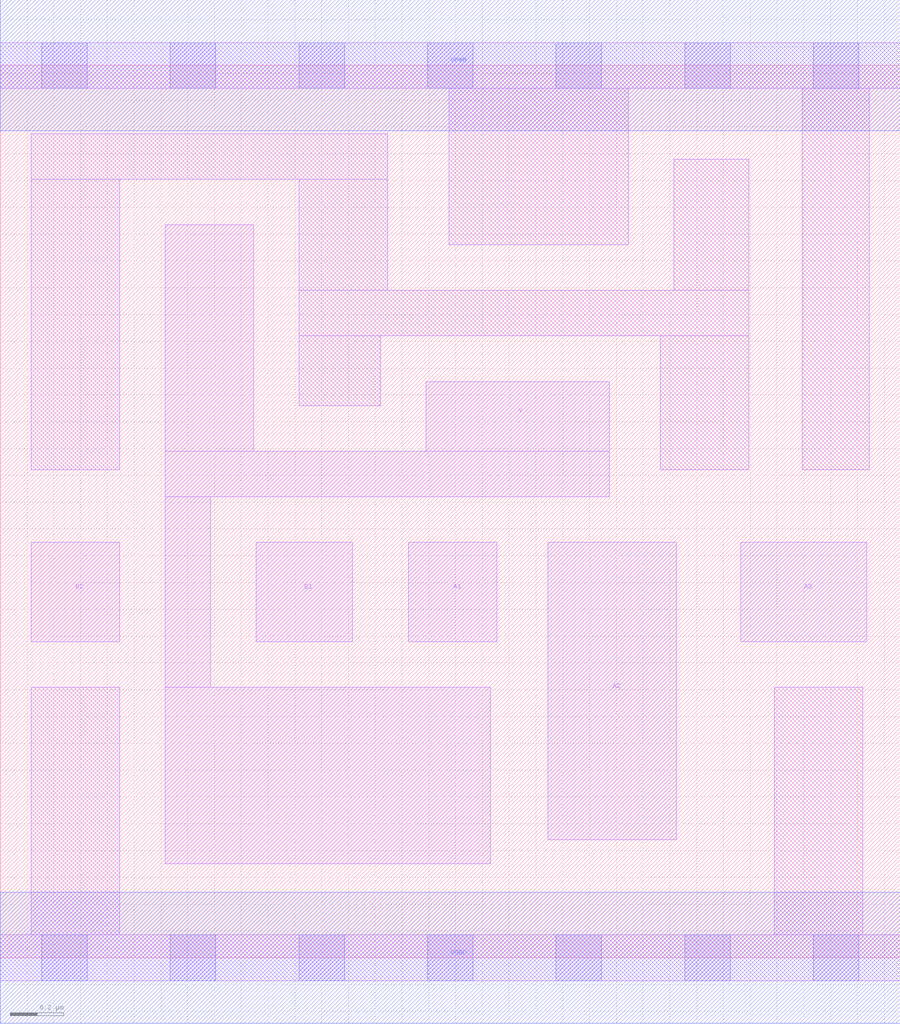
<source format=lef>
# Copyright 2020 The SkyWater PDK Authors
#
# Licensed under the Apache License, Version 2.0 (the "License");
# you may not use this file except in compliance with the License.
# You may obtain a copy of the License at
#
#     https://www.apache.org/licenses/LICENSE-2.0
#
# Unless required by applicable law or agreed to in writing, software
# distributed under the License is distributed on an "AS IS" BASIS,
# WITHOUT WARRANTIES OR CONDITIONS OF ANY KIND, either express or implied.
# See the License for the specific language governing permissions and
# limitations under the License.
#
# SPDX-License-Identifier: Apache-2.0

VERSION 5.7 ;
  NAMESCASESENSITIVE ON ;
  NOWIREEXTENSIONATPIN ON ;
  DIVIDERCHAR "/" ;
  BUSBITCHARS "[]" ;
UNITS
  DATABASE MICRONS 200 ;
END UNITS
MACRO sky130_fd_sc_ls__a32oi_1
  CLASS CORE ;
  SOURCE USER ;
  FOREIGN sky130_fd_sc_ls__a32oi_1 ;
  ORIGIN  0.000000  0.000000 ;
  SIZE  3.360000 BY  3.330000 ;
  SYMMETRY X Y ;
  SITE unit ;
  PIN A1
    ANTENNAGATEAREA  0.279000 ;
    DIRECTION INPUT ;
    USE SIGNAL ;
    PORT
      LAYER li1 ;
        RECT 1.525000 1.180000 1.855000 1.550000 ;
    END
  END A1
  PIN A2
    ANTENNAGATEAREA  0.279000 ;
    DIRECTION INPUT ;
    USE SIGNAL ;
    PORT
      LAYER li1 ;
        RECT 2.045000 0.440000 2.525000 1.550000 ;
    END
  END A2
  PIN A3
    ANTENNAGATEAREA  0.279000 ;
    DIRECTION INPUT ;
    USE SIGNAL ;
    PORT
      LAYER li1 ;
        RECT 2.765000 1.180000 3.235000 1.550000 ;
    END
  END A3
  PIN B1
    ANTENNAGATEAREA  0.279000 ;
    DIRECTION INPUT ;
    USE SIGNAL ;
    PORT
      LAYER li1 ;
        RECT 0.955000 1.180000 1.315000 1.550000 ;
    END
  END B1
  PIN B2
    ANTENNAGATEAREA  0.279000 ;
    DIRECTION INPUT ;
    USE SIGNAL ;
    PORT
      LAYER li1 ;
        RECT 0.115000 1.180000 0.445000 1.550000 ;
    END
  END B2
  PIN Y
    ANTENNADIFFAREA  0.998800 ;
    DIRECTION OUTPUT ;
    USE SIGNAL ;
    PORT
      LAYER li1 ;
        RECT 0.615000 0.350000 1.830000 1.010000 ;
        RECT 0.615000 1.010000 0.785000 1.720000 ;
        RECT 0.615000 1.720000 2.275000 1.890000 ;
        RECT 0.615000 1.890000 0.945000 2.735000 ;
        RECT 1.590000 1.890000 2.275000 2.150000 ;
    END
  END Y
  PIN VGND
    DIRECTION INOUT ;
    SHAPE ABUTMENT ;
    USE GROUND ;
    PORT
      LAYER met1 ;
        RECT 0.000000 -0.245000 3.360000 0.245000 ;
    END
  END VGND
  PIN VPWR
    DIRECTION INOUT ;
    SHAPE ABUTMENT ;
    USE POWER ;
    PORT
      LAYER met1 ;
        RECT 0.000000 3.085000 3.360000 3.575000 ;
    END
  END VPWR
  OBS
    LAYER li1 ;
      RECT 0.000000 -0.085000 3.360000 0.085000 ;
      RECT 0.000000  3.245000 3.360000 3.415000 ;
      RECT 0.115000  0.085000 0.445000 1.010000 ;
      RECT 0.115000  1.820000 0.445000 2.905000 ;
      RECT 0.115000  2.905000 1.445000 3.075000 ;
      RECT 1.115000  2.060000 1.420000 2.320000 ;
      RECT 1.115000  2.320000 2.795000 2.490000 ;
      RECT 1.115000  2.490000 1.445000 2.905000 ;
      RECT 1.675000  2.660000 2.345000 3.245000 ;
      RECT 2.465000  1.820000 2.795000 2.320000 ;
      RECT 2.515000  2.490000 2.795000 2.980000 ;
      RECT 2.890000  0.085000 3.220000 1.010000 ;
      RECT 2.995000  1.820000 3.245000 3.245000 ;
    LAYER mcon ;
      RECT 0.155000 -0.085000 0.325000 0.085000 ;
      RECT 0.155000  3.245000 0.325000 3.415000 ;
      RECT 0.635000 -0.085000 0.805000 0.085000 ;
      RECT 0.635000  3.245000 0.805000 3.415000 ;
      RECT 1.115000 -0.085000 1.285000 0.085000 ;
      RECT 1.115000  3.245000 1.285000 3.415000 ;
      RECT 1.595000 -0.085000 1.765000 0.085000 ;
      RECT 1.595000  3.245000 1.765000 3.415000 ;
      RECT 2.075000 -0.085000 2.245000 0.085000 ;
      RECT 2.075000  3.245000 2.245000 3.415000 ;
      RECT 2.555000 -0.085000 2.725000 0.085000 ;
      RECT 2.555000  3.245000 2.725000 3.415000 ;
      RECT 3.035000 -0.085000 3.205000 0.085000 ;
      RECT 3.035000  3.245000 3.205000 3.415000 ;
  END
END sky130_fd_sc_ls__a32oi_1
END LIBRARY

</source>
